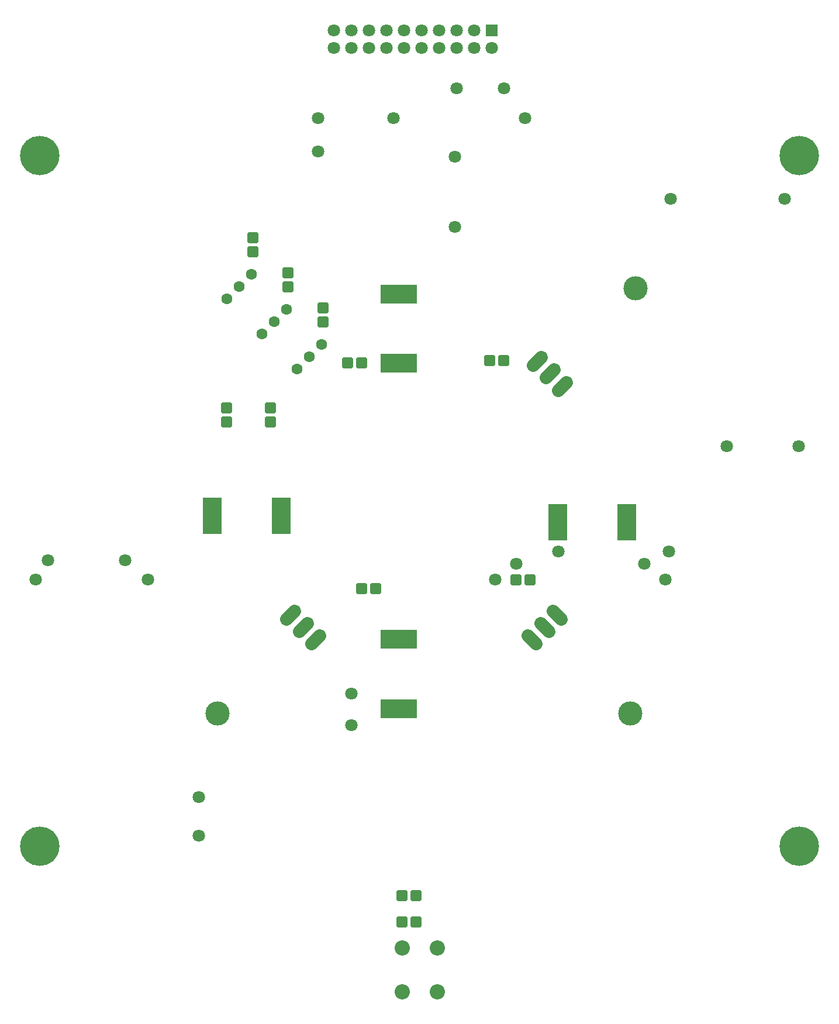
<source format=gbr>
G04 EAGLE Gerber RS-274X export*
G75*
%MOMM*%
%FSLAX34Y34*%
%LPD*%
%INSoldermask Bottom*%
%IPPOS*%
%AMOC8*
5,1,8,0,0,1.08239X$1,22.5*%
G01*
%ADD10C,0.480959*%
%ADD11C,1.603200*%
%ADD12C,2.203200*%
%ADD13R,1.803200X1.803200*%
%ADD14C,1.803200*%
%ADD15C,1.879600*%
%ADD16C,3.505200*%
%ADD17R,2.743200X5.283200*%
%ADD18R,5.283200X2.743200*%
%ADD19C,5.703200*%


D10*
X780311Y184889D02*
X769089Y184889D01*
X769089Y196111D01*
X780311Y196111D01*
X780311Y184889D01*
X780311Y189458D02*
X769089Y189458D01*
X769089Y194027D02*
X780311Y194027D01*
X789279Y184889D02*
X800501Y184889D01*
X789279Y184889D02*
X789279Y196111D01*
X800501Y196111D01*
X800501Y184889D01*
X800501Y189458D02*
X789279Y189458D01*
X789279Y194027D02*
X800501Y194027D01*
D11*
X622300Y990600D03*
X640261Y1008561D03*
X658221Y1026521D03*
X571500Y1041400D03*
X589461Y1059361D03*
X607421Y1077321D03*
X520700Y1092200D03*
X538661Y1110161D03*
X556621Y1128121D03*
D10*
X789409Y234211D02*
X800631Y234211D01*
X800631Y222989D01*
X789409Y222989D01*
X789409Y234211D01*
X789409Y227558D02*
X800631Y227558D01*
X800631Y232127D02*
X789409Y232127D01*
X780441Y234211D02*
X769219Y234211D01*
X780441Y234211D02*
X780441Y222989D01*
X769219Y222989D01*
X769219Y234211D01*
X769219Y227558D02*
X780441Y227558D01*
X780441Y232127D02*
X769219Y232127D01*
X934189Y680189D02*
X945411Y680189D01*
X934189Y680189D02*
X934189Y691411D01*
X945411Y691411D01*
X945411Y680189D01*
X945411Y684758D02*
X934189Y684758D01*
X934189Y689327D02*
X945411Y689327D01*
X954379Y680189D02*
X965601Y680189D01*
X954379Y680189D02*
X954379Y691411D01*
X965601Y691411D01*
X965601Y680189D01*
X965601Y684758D02*
X954379Y684758D01*
X954379Y689327D02*
X965601Y689327D01*
X742211Y678711D02*
X730989Y678711D01*
X742211Y678711D02*
X742211Y667489D01*
X730989Y667489D01*
X730989Y678711D01*
X730989Y672058D02*
X742211Y672058D01*
X742211Y676627D02*
X730989Y676627D01*
X722021Y678711D02*
X710799Y678711D01*
X722021Y678711D02*
X722021Y667489D01*
X710799Y667489D01*
X710799Y678711D01*
X710799Y672058D02*
X722021Y672058D01*
X722021Y676627D02*
X710799Y676627D01*
X896089Y997689D02*
X907311Y997689D01*
X896089Y997689D02*
X896089Y1008911D01*
X907311Y1008911D01*
X907311Y997689D01*
X907311Y1002258D02*
X896089Y1002258D01*
X896089Y1006827D02*
X907311Y1006827D01*
X916279Y997689D02*
X927501Y997689D01*
X916279Y997689D02*
X916279Y1008911D01*
X927501Y1008911D01*
X927501Y997689D01*
X927501Y1002258D02*
X916279Y1002258D01*
X916279Y1006827D02*
X927501Y1006827D01*
X721891Y1005101D02*
X710669Y1005101D01*
X721891Y1005101D02*
X721891Y993879D01*
X710669Y993879D01*
X710669Y1005101D01*
X710669Y998448D02*
X721891Y998448D01*
X721891Y1003017D02*
X710669Y1003017D01*
X701701Y1005101D02*
X690479Y1005101D01*
X701701Y1005101D02*
X701701Y993879D01*
X690479Y993879D01*
X690479Y1005101D01*
X690479Y998448D02*
X701701Y998448D01*
X701701Y1003017D02*
X690479Y1003017D01*
X589811Y920011D02*
X589811Y908789D01*
X578589Y908789D01*
X578589Y920011D01*
X589811Y920011D01*
X589811Y913358D02*
X578589Y913358D01*
X578589Y917927D02*
X589811Y917927D01*
X589811Y928979D02*
X589811Y940201D01*
X589811Y928979D02*
X578589Y928979D01*
X578589Y940201D01*
X589811Y940201D01*
X589811Y933548D02*
X578589Y933548D01*
X578589Y938117D02*
X589811Y938117D01*
X526311Y920011D02*
X526311Y908789D01*
X515089Y908789D01*
X515089Y920011D01*
X526311Y920011D01*
X526311Y913358D02*
X515089Y913358D01*
X515089Y917927D02*
X526311Y917927D01*
X526311Y928979D02*
X526311Y940201D01*
X526311Y928979D02*
X515089Y928979D01*
X515089Y940201D01*
X526311Y940201D01*
X526311Y933548D02*
X515089Y933548D01*
X515089Y938117D02*
X526311Y938117D01*
X654789Y1073889D02*
X654789Y1085111D01*
X666011Y1085111D01*
X666011Y1073889D01*
X654789Y1073889D01*
X654789Y1078458D02*
X666011Y1078458D01*
X666011Y1083027D02*
X654789Y1083027D01*
X654789Y1064921D02*
X654789Y1053699D01*
X654789Y1064921D02*
X666011Y1064921D01*
X666011Y1053699D01*
X654789Y1053699D01*
X654789Y1058268D02*
X666011Y1058268D01*
X666011Y1062837D02*
X654789Y1062837D01*
X603989Y1124689D02*
X603989Y1135911D01*
X615211Y1135911D01*
X615211Y1124689D01*
X603989Y1124689D01*
X603989Y1129258D02*
X615211Y1129258D01*
X615211Y1133827D02*
X603989Y1133827D01*
X603989Y1115721D02*
X603989Y1104499D01*
X603989Y1115721D02*
X615211Y1115721D01*
X615211Y1104499D01*
X603989Y1104499D01*
X603989Y1109068D02*
X615211Y1109068D01*
X615211Y1113637D02*
X603989Y1113637D01*
X553189Y1175489D02*
X553189Y1186711D01*
X564411Y1186711D01*
X564411Y1175489D01*
X553189Y1175489D01*
X553189Y1180058D02*
X564411Y1180058D01*
X564411Y1184627D02*
X553189Y1184627D01*
X553189Y1166521D02*
X553189Y1155299D01*
X553189Y1166521D02*
X564411Y1166521D01*
X564411Y1155299D01*
X553189Y1155299D01*
X553189Y1159868D02*
X564411Y1159868D01*
X564411Y1164437D02*
X553189Y1164437D01*
D12*
X774700Y152400D03*
X825500Y152400D03*
X825500Y88900D03*
X774700Y88900D03*
D13*
X904240Y1480820D03*
D14*
X904240Y1455420D03*
X878840Y1480820D03*
X878840Y1455420D03*
X853440Y1480820D03*
X853440Y1455420D03*
X828040Y1480820D03*
X828040Y1455420D03*
X802640Y1480820D03*
X802640Y1455420D03*
X777240Y1480820D03*
X777240Y1455420D03*
X751840Y1480820D03*
X751840Y1455420D03*
X726440Y1480820D03*
X726440Y1455420D03*
X701040Y1480820D03*
X701040Y1455420D03*
X675640Y1480820D03*
X675640Y1455420D03*
D15*
X993292Y640289D02*
X1005146Y628435D01*
X987186Y610474D02*
X975332Y622328D01*
X957371Y604368D02*
X969225Y592514D01*
D16*
X1105186Y492474D03*
D15*
X655529Y604368D02*
X643675Y592514D01*
X625714Y610474D02*
X637568Y622328D01*
X619608Y640289D02*
X607754Y628435D01*
D16*
X507714Y492474D03*
D15*
X964991Y995832D02*
X976845Y1007686D01*
X994806Y989726D02*
X982952Y977872D01*
X1000912Y959911D02*
X1012766Y971765D01*
D16*
X1112806Y1107726D03*
D17*
X1000100Y769300D03*
X1100100Y769300D03*
D18*
X770100Y599300D03*
X770100Y499300D03*
D17*
X600100Y778500D03*
X500100Y778500D03*
D18*
X770100Y999300D03*
X770100Y1099300D03*
D14*
X652780Y1305560D03*
X652780Y1353820D03*
X909320Y685800D03*
X1155700Y685800D03*
X762000Y1353820D03*
X952500Y1353820D03*
X939800Y708660D03*
X1125220Y708660D03*
X373380Y713740D03*
X261620Y713740D03*
X853440Y1397000D03*
X922020Y1397000D03*
X406400Y685800D03*
X243840Y685800D03*
X1328420Y1236980D03*
X1163320Y1236980D03*
D19*
X250000Y1300000D03*
X1350000Y1300000D03*
X250000Y300000D03*
X1350000Y300000D03*
D14*
X701040Y474980D03*
X701040Y520700D03*
X1244600Y878840D03*
X1348740Y878840D03*
X480060Y370840D03*
X480060Y314960D03*
X850900Y1297940D03*
X850900Y1196340D03*
X1000760Y726440D03*
X1160780Y726440D03*
M02*

</source>
